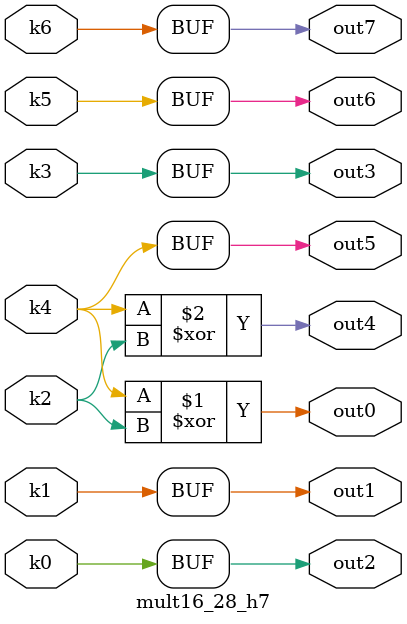
<source format=v>
module mult16_28(pi00, pi01, pi02, pi03, pi04, pi05, pi06, pi07, pi08, pi09, po0, po1, po2, po3, po4, po5, po6, po7);
input pi00, pi01, pi02, pi03, pi04, pi05, pi06, pi07, pi08, pi09;
output po0, po1, po2, po3, po4, po5, po6, po7;
wire k0, k1, k2, k3, k4, k5, k6;
mult16_28_w7 DUT1 (pi00, pi01, pi02, pi03, pi04, pi05, pi06, pi07, pi08, pi09, k0, k1, k2, k3, k4, k5, k6);
mult16_28_h7 DUT2 (k0, k1, k2, k3, k4, k5, k6, po0, po1, po2, po3, po4, po5, po6, po7);
endmodule

module mult16_28_w7(in9, in8, in7, in6, in5, in4, in3, in2, in1, in0, k6, k5, k4, k3, k2, k1, k0);
input in9, in8, in7, in6, in5, in4, in3, in2, in1, in0;
output k6, k5, k4, k3, k2, k1, k0;
assign k0 =   (in3 & ((in6 & ~in0 & (((in1 | (in8 & in5)) & (in7 ^ in4)) | (in8 & in5 & in1 & ~in4))) | (in7 & in0 & ((in4 & ((in8 & (in1 | ~in6)) | (in5 & in1))) | (in1 & ~in6))))) | (in6 & in4 & in0 & ~in3 & (in1 | (in5 & in7)));
assign k1 =   in0 ? ((~in8 & ((~in1 & ~in6) | (~in5 & in4 & in1 & in6 & in3))) | (~in4 & ((in8 & in5 & (in1 ? in6 : in7)) | (in7 & in1 & in6) | ~in3 | (~in1 & ~in6))) | (~in1 & ((in4 & in6 & in3 & (in7 | (in8 & in5))) | (~in3 & (~in5 | ~in7)))) | (~in7 & (~in6 | (in4 & in1 & in3))) | (~in6 & ~in3)) : ((in3 & ((in7 & ((in4 & ((in8 & (in1 | ~in6)) | (in5 & in1))) | (in1 & ~in6))) | (in6 & (((~in8 | ~in5) & ((~in7 & (~in4 | ~in1)) | (~in4 & ~in1))) | (~in7 & ~in4 & ~in1))))) | (in4 & in6 & ~in3 & (in1 | (in5 & in7))));
assign k2 =   ~in2 & ((~in9 & ((in7 & in4 & ((in6 & ~in8 & in5) | (in3 & in8 & ~in5))) | (in3 & in6 & in8 & in5 & (~in7 | ~in4)) | (~in4 & ~in6 & ~in8))) | (in6 & in5 & ((in3 & ~in7 & ~in4 & in8) | (~in3 & in7 & in4 & ~in8))) | ((~in6 | ~in5) & ((~in3 & (~in7 | ~in4)) | (~in7 & ~in8))) | (~in4 & ~in8 & ~in5));
assign k3 =   (in3 & ((in5 & ((in8 & ~in7 & ((in4 & in1) | (in6 & ~in4 & ~in1))) | (in6 & in4 & ~in1 & (~in8 | in7)))) | (in7 & ((~in5 & ((~in4 & ~in1) | (in4 & in1 & ~in8 & in6))) | (~in1 & ((~in8 & (~in6 | ~in4)) | (~in6 & ~in4))))))) | (in1 & ((in8 & ((~in6 & in4) | (in5 & in6 & in7 & ~in4))) | (~in6 & (~in3 | ~in7)) | (~in3 & (~in4 | (in5 & in7))) | (~in7 & ~in4 & (~in8 | ~in5)))) | (in6 & in4 & ~in1 & ((~in3 & (~in5 | ~in7)) | (~in5 & (in8 | ~in7))));
assign k4 =   ((in6 ? (in5 & ~in2) : in2) & ((~in7 & (~in8 | (in9 & in4))) | (~in4 & (~in3 | (~in9 & ~in8))))) | (in3 & ((in8 & ((~in4 & ((~in7 & (in6 ? (in5 & in2) : ~in2)) | (~in2 & (~in5 | (in9 & in7 & in6))))) | (in5 & (in6 ^ ~in2) & (~in9 | (in7 & in4))) | (~in9 & ~in5 & (in7 ? (in4 & in2) : ~in2)))) | (in5 & ((in4 & (in9 ? (~in8 & (in6 ^ in2)) : (in7 & (in6 ^ ~in2)))) | (in9 & in7 & ~in8 & ~in6 & ~in4 & ~in2))) | (in9 & in7 & ~in8 & in6 & ~in4 & in2))) | (~in3 & ((in5 & ((in8 & (in6 ^ in2)) | (in7 & ~in8 & in6 & in4 & in2))) | (in7 & in4 & ~in2 & (~in5 | (~in8 & ~in6))) | (~in5 & in2 & (~in7 | ~in4)))) | (~in5 & ((in4 & ((in9 & (in7 ^ in2)) | (in7 & ~in8 & ~in2))) | (~in8 & in2 & (~in7 | ~in4)))) | (in9 & in7 & in8 & in5 & in2 & ~in6 & ~in4);
assign k5 =   ((~in7 | ~in5) & ((in9 & in3 & (~in8 | ~in4)) | (in8 & in4 & (~in9 | ~in3)))) | (in7 & in5 & (((~in8 | ~in4) & (~in9 | ~in3)) | (in9 & in8 & in4 & in3)));
assign k6 =   in5 & in8;
endmodule

module mult16_28_h7(k6, k5, k4, k3, k2, k1, k0, out7, out6, out5, out4, out3, out2, out1, out0);
input k6, k5, k4, k3, k2, k1, k0;
output out7, out6, out5, out4, out3, out2, out1, out0;
assign out0 = k4 ^ k2;
assign out1 = k1;
assign out2 = k0;
assign out3 = k3;
assign out4 = k4 ^ k2;
assign out5 = k4;
assign out6 = k5;
assign out7 = k6;
endmodule

</source>
